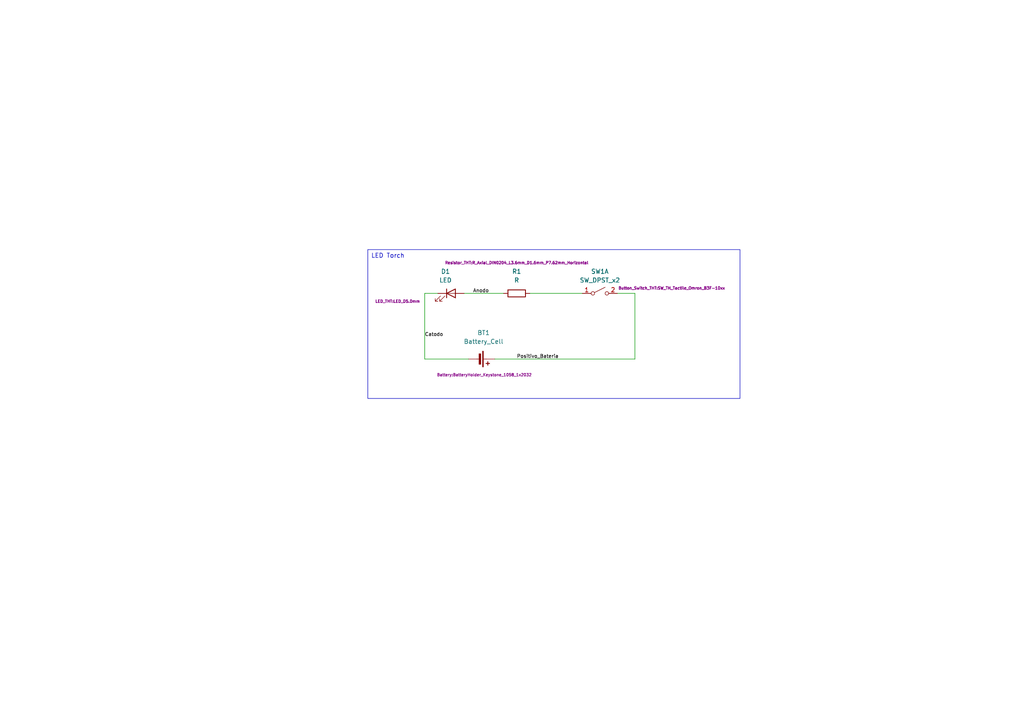
<source format=kicad_sch>
(kicad_sch (version 20231120) (generator "eeschema") (generator_version "8.0")
  (paper "A4")
  (title_block (title "LED Torch") (date "2024-12-27") (comment 1 "Proyecto 1 de Kicad Like a Pro 3ed") (comment 2 "Giancarlo Torlone"))
  (lib_symbols
    (symbol "Device:Battery_Cell" (pin_numbers hide) (pin_names (offset 0) hide)
      (property "Reference" "BT" (at 2.54 2.54 0))
      (property "Value" "Battery_Cell" (at 2.54 0 0))
      (symbol "Battery_Cell_0_1"
        (rectangle (start -2.286 1.778) (end 2.286 1.524) (fill (type outline)))
        (rectangle (start -1.524 1.016) (end 1.524 0.508) (fill (type outline)))
        (polyline (pts (xy 0 0.762) (xy 0 0)))
        (polyline (pts (xy 0 1.778) (xy 0 2.54)))
        (polyline (pts (xy 0.762 3.048) (xy 1.778 3.048)) (stroke (width 0.254)))
        (polyline (pts (xy 1.27 3.556) (xy 1.27 2.54)) (stroke (width 0.254)))
      )
      (symbol "Battery_Cell_1_1"
        (pin passive line (at 0 5.08 270) (length 2.54) (name "+") (number "1"))
        (pin passive line (at 0 -2.54 90) (length 2.54) (name "-") (number "2"))
      )
    )
    (symbol "Device:LED" (pin_numbers hide) (pin_names (offset 1.016) hide)
      (property "Reference" "D" (at 0 2.54 0))
      (property "Value" "LED" (at 0 -2.54 0))
      (symbol "LED_0_1"
        (polyline (pts (xy -1.27 -1.27) (xy -1.27 1.27)) (stroke (width 0.254)))
        (polyline (pts (xy -1.27 0) (xy 1.27 0)))
        (polyline (pts (xy 1.27 -1.27) (xy 1.27 1.27) (xy -1.27 0) (xy 1.27 -1.27)) (stroke (width 0.254)))
        (polyline (pts (xy -3.048 -0.762) (xy -4.572 -2.286) (xy -3.81 -2.286) (xy -4.572 -2.286) (xy -4.572 -1.524)))
        (polyline (pts (xy -1.778 -0.762) (xy -3.302 -2.286) (xy -2.54 -2.286) (xy -3.302 -2.286) (xy -3.302 -1.524)))
      )
      (symbol "LED_1_1"
        (pin passive line (at -3.81 0 0) (length 2.54) (name "K") (number "1"))
        (pin passive line (at 3.81 0 180) (length 2.54) (name "A") (number "2"))
      )
    )
    (symbol "Device:R" (pin_numbers hide) (pin_names (offset 0))
      (property "Reference" "R" (at 2.032 0 90))
      (property "Value" "R" (at 0 0 90))
      (symbol "R_0_1"
        (rectangle (start -1.016 -2.54) (end 1.016 2.54) (stroke (width 0.254)))
      )
      (symbol "R_1_1"
        (pin passive line (at 0 3.81 270) (length 1.27) (name "~") (number "1"))
        (pin passive line (at 0 -3.81 90) (length 1.27) (name "~") (number "2"))
      )
    )
    (symbol "Switch:SW_DPST_x2" (pin_names (offset 0) hide)
      (property "Reference" "SW" (at 0 3.175 0))
      (property "Value" "SW_DPST_x2" (at 0 -2.54 0))
      (symbol "SW_DPST_x2_0_0"
        (circle (center -2.032 0) (radius 0.508))
        (polyline (pts (xy -1.524 0.254) (xy 1.524 1.778)))
        (circle (center 2.032 0) (radius 0.508))
      )
      (symbol "SW_DPST_x2_1_1"
        (pin passive line (at -5.08 0 0) (length 2.54) (name "A") (number "1"))
        (pin passive line (at 5.08 0 180) (length 2.54) (name "B") (number "2"))
      )
      (symbol "SW_DPST_x2_2_1"
        (pin passive line (at -5.08 0 0) (length 2.54) (name "A") (number "3"))
        (pin passive line (at 5.08 0 180) (length 2.54) (name "B") (number "4"))
      )
    )
  )
  (wire (pts (xy 123.19 104.14) (xy 135.89 104.14)))
  (wire (pts (xy 179.07 85.09) (xy 184.15 85.09)))
  (wire (pts (xy 127 85.09) (xy 123.19 85.09)))
  (wire (pts (xy 184.15 104.14) (xy 143.51 104.14)))
  (wire (pts (xy 123.19 85.09) (xy 123.19 104.14)))
  (wire (pts (xy 184.15 85.09) (xy 184.15 104.14)))
  (wire (pts (xy 153.67 85.09) (xy 168.91 85.09)))
  (wire (pts (xy 134.62 85.09) (xy 146.05 85.09)))
  (text_box "LED Torch" (at 106.68 72.39 0) (size 107.95 43.18) (effects (font (size 1.27 1.27)) (justify left top)))
  (label "Positivo_Bateria" (at 149.86 104.14 0) (effects (font (size 1 1))))
  (label "Anodo" (at 137.16 85.09 0) (effects (font (size 1 1))))
  (label "Catodo" (at 123.19 97.79 0) (effects (font (size 1 1))))
  (symbol (lib_id "Device:LED") (at 130.81 85.09 0) (unit 1)
    (property "Reference" "D1" (at 129.2225 78.74 0))
    (property "Value" "LED" (at 129.2225 81.28 0))
    (property "Footprint" "LED_THT:LED_D5.0mm" (at 115.316 87.376 0) (effects (font (size 0.8 0.8))))
    (property "Description" "Light emitting diode" (effects (hide yes)))
  )
  (symbol (lib_id "Switch:SW_DPST_x2") (at 173.99 85.09 0) (unit 1)
    (property "Reference" "SW1" (at 173.99 78.74 0))
    (property "Value" "SW_DPST_x2" (at 173.99 81.28 0))
    (property "Footprint" "Button_Switch_THT:SW_TH_Tactile_Omron_B3F-10xx" (at 194.818 83.566 0) (effects (font (size 0.8 0.8))))
    (property "Description" "Single Pole Single Throw (SPST) switch, separate symbol" (effects (hide yes)))
  )
  (symbol (lib_id "Device:R") (at 149.86 85.09 90) (unit 1)
    (property "Reference" "R1" (at 149.86 78.74 90))
    (property "Value" "R" (at 149.86 81.28 90))
    (property "Footprint" "Resistor_THT:R_Axial_DIN0204_L3.6mm_D1.6mm_P7.62mm_Horizontal" (at 149.86 76.2 90) (effects (font (size 0.8 0.8))))
    (property "Description" "Resistor" (effects (hide yes)))
  )
  (symbol (lib_id "Device:Battery_Cell") (at 138.43 104.14 270) (unit 1)
    (property "Reference" "BT1" (at 140.2715 96.52 90))
    (property "Value" "Battery_Cell" (at 140.2715 99.06 90))
    (property "Footprint" "Battery:BatteryHolder_Keystone_1058_1x2032" (at 140.462 108.712 90) (effects (font (size 0.8 0.8))))
    (property "Description" "Single-cell battery" (effects (hide yes)))
  )
)
</source>
